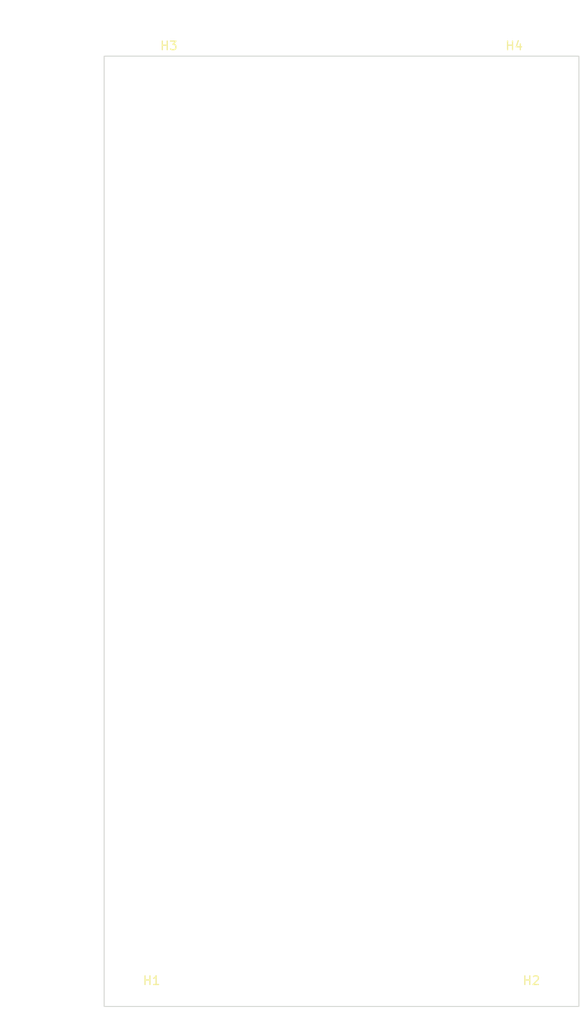
<source format=kicad_pcb>
(kicad_pcb (version 20240108) (generator "pcbnew") (generator_version "8.0")
  (title_block (rev "V1.1"))
  (layers (0 "F.Cu" signal) (31 "B.Cu" signal) (34 "B.Paste" user) (35 "F.Paste" user) (36 "B.SilkS" user "B.Silkscreen") (37 "F.SilkS" user "F.Silkscreen") (38 "B.Mask" user) (39 "F.Mask" user) (44 "Edge.Cuts" user))
  (net 0 "")
  (net 1 "GND")
  (footprint "MountingHole:MountingHole_3.2mm_M3" (layer "F.Cu") (at 35 33)
    (property "Reference" "H3" (at 0 -4.2 0) (layer "F.SilkS"))
    (property "Value" "M?")
    (pad "" np_thru_hole circle (at 0 0) (size 3.2 3.2) (drill 3.2) (layers "*.Cu" "*.Mask"))
  )
  (footprint "MountingHole:MountingHole_3.2mm_M3" (layer "F.Cu") (at 75 33)
    (property "Reference" "H4" (at 0 -4.2 0) (layer "F.SilkS"))
    (property "Value" "M?")
    (pad "" np_thru_hole circle (at 0 0) (size 3.2 3.2) (drill 3.2) (layers "*.Cu" "*.Mask"))
  )
  (footprint "MountingHole:MountingHole_3.2mm_M3" (layer "F.Cu") (at 37.5 137)
    (property "Reference" "H1" (at -4.5 0 0) (layer "F.SilkS"))
    (property "Value" "M?")
    (pad "" np_thru_hole circle (at 0 0) (size 3.2 3.2) (drill 3.2) (layers "*.Cu" "*.Mask"))
  )
  (footprint "MountingHole:MountingHole_3.2mm_M3" (layer "F.Cu") (at 72.5 137)
    (property "Reference" "H2" (at 4.5 0 0) (layer "F.SilkS"))
    (property "Value" "M?")
    (pad "" np_thru_hole circle (at 0 0) (size 3.2 3.2) (drill 3.2) (layers "*.Cu" "*.Mask"))
  )
  (gr_rect (start 27.5 30) (end 82.5 140) (stroke (width 0.1)) (fill none) (layer "Edge.Cuts"))
)
</source>
